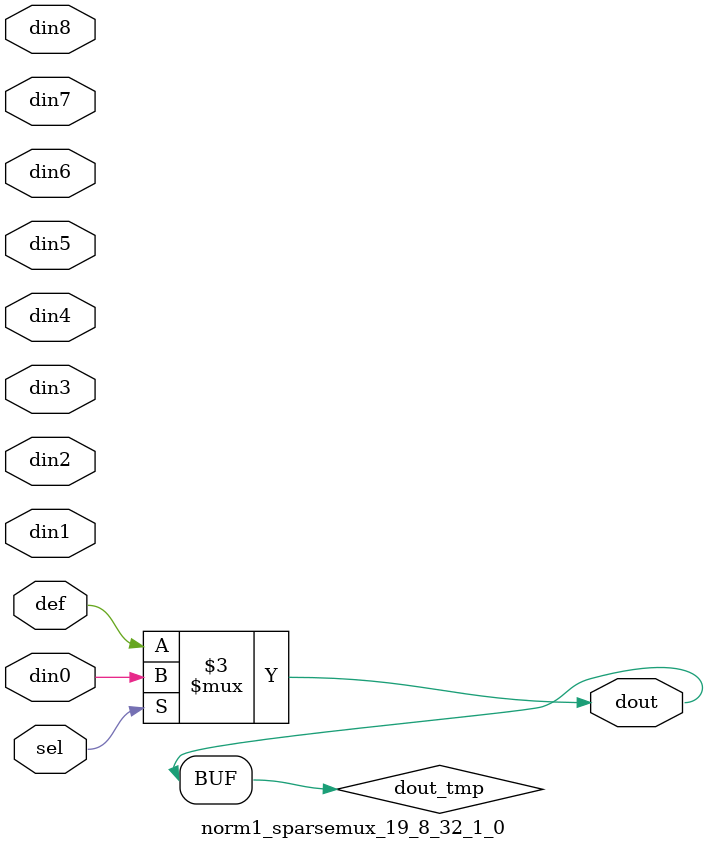
<source format=v>
`timescale 1ns / 1ps

module norm1_sparsemux_19_8_32_1_0 (din0,din1,din2,din3,din4,din5,din6,din7,din8,def,sel,dout);

parameter din0_WIDTH = 1;

parameter din1_WIDTH = 1;

parameter din2_WIDTH = 1;

parameter din3_WIDTH = 1;

parameter din4_WIDTH = 1;

parameter din5_WIDTH = 1;

parameter din6_WIDTH = 1;

parameter din7_WIDTH = 1;

parameter din8_WIDTH = 1;

parameter def_WIDTH = 1;
parameter sel_WIDTH = 1;
parameter dout_WIDTH = 1;

parameter [sel_WIDTH-1:0] CASE0 = 1;

parameter [sel_WIDTH-1:0] CASE1 = 1;

parameter [sel_WIDTH-1:0] CASE2 = 1;

parameter [sel_WIDTH-1:0] CASE3 = 1;

parameter [sel_WIDTH-1:0] CASE4 = 1;

parameter [sel_WIDTH-1:0] CASE5 = 1;

parameter [sel_WIDTH-1:0] CASE6 = 1;

parameter [sel_WIDTH-1:0] CASE7 = 1;

parameter [sel_WIDTH-1:0] CASE8 = 1;

parameter ID = 1;
parameter NUM_STAGE = 1;



input [din0_WIDTH-1:0] din0;

input [din1_WIDTH-1:0] din1;

input [din2_WIDTH-1:0] din2;

input [din3_WIDTH-1:0] din3;

input [din4_WIDTH-1:0] din4;

input [din5_WIDTH-1:0] din5;

input [din6_WIDTH-1:0] din6;

input [din7_WIDTH-1:0] din7;

input [din8_WIDTH-1:0] din8;

input [def_WIDTH-1:0] def;
input [sel_WIDTH-1:0] sel;

output [dout_WIDTH-1:0] dout;



reg [dout_WIDTH-1:0] dout_tmp;


always @ (*) begin
(* parallel_case *) case (sel)
    
    CASE0 : dout_tmp = din0;
    
    CASE1 : dout_tmp = din1;
    
    CASE2 : dout_tmp = din2;
    
    CASE3 : dout_tmp = din3;
    
    CASE4 : dout_tmp = din4;
    
    CASE5 : dout_tmp = din5;
    
    CASE6 : dout_tmp = din6;
    
    CASE7 : dout_tmp = din7;
    
    CASE8 : dout_tmp = din8;
    
    default : dout_tmp = def;
endcase
end


assign dout = dout_tmp;



endmodule

</source>
